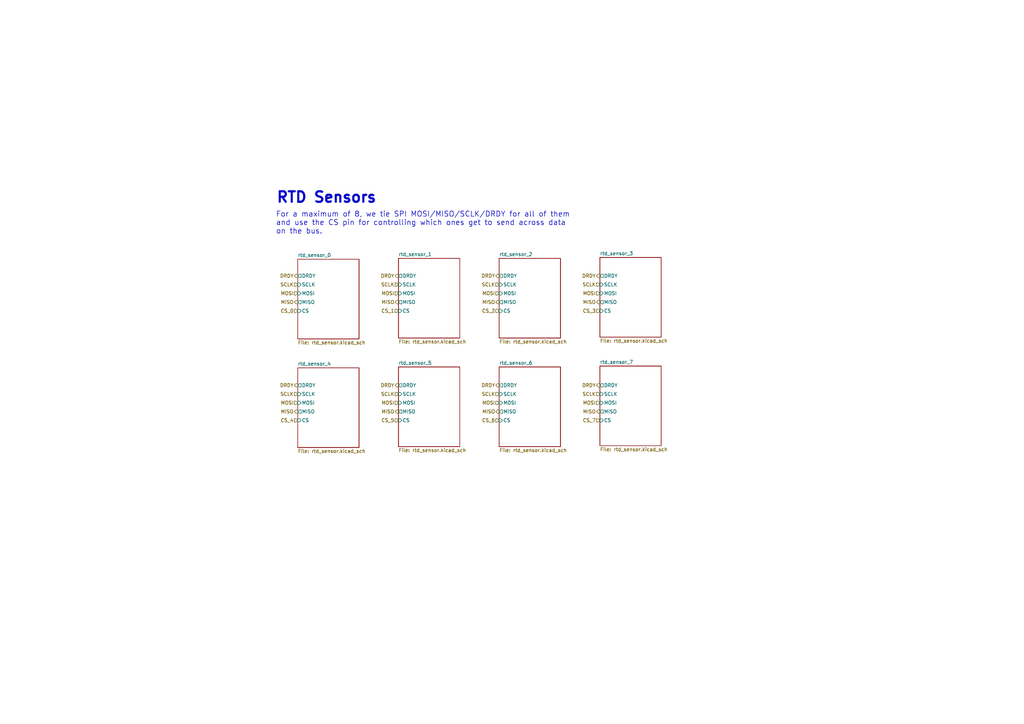
<source format=kicad_sch>
(kicad_sch (version 20230121) (generator eeschema)
  (paper "A4")
  (title_block (title "Blackbody A") (date "2023-07-16") (rev "v0.2.0") (company "LHR Solar") (comment 1 "Jacob Giddens") (comment 2 "Matthew Yu") (comment 3 "Gary Hallock"))
  (lib_symbols)
  (text "RTD Sensors" (at 80.01 59.182 0) (effects (font (size 3.048 3.048) (thickness 0.6096) bold) (justify left bottom)))
  (text "For a maximum of 8, we tie SPI MOSI/MISO/SCLK/DRDY for all of them\nand use the CS pin for controlling which ones get to send across data\non the bus." (at 80.01 68.072 0) (effects (font (size 1.524 1.524)) (justify left bottom)))
  (hierarchical_label "CS_5" (shape input) (at 115.57 121.92 180) (effects (font (size 1 1))))
  (hierarchical_label "MISO" (shape output) (at 144.78 119.38 180) (effects (font (size 1 1))))
  (hierarchical_label "SCLK" (shape input) (at 144.78 114.3 180) (effects (font (size 1 1))))
  (hierarchical_label "MISO" (shape output) (at 86.36 87.63 180) (effects (font (size 1 1))))
  (hierarchical_label "MISO" (shape output) (at 115.57 119.38 180) (effects (font (size 1 1))))
  (hierarchical_label "SCLK" (shape input) (at 144.78 82.55 180) (effects (font (size 1 1))))
  (hierarchical_label "SCLK" (shape input) (at 115.57 82.55 180) (effects (font (size 1 1))))
  (hierarchical_label "DRDY" (shape output) (at 115.57 111.76 180) (effects (font (size 1 1))))
  (hierarchical_label "DRDY" (shape output) (at 173.99 80.01 180) (effects (font (size 1 1))))
  (hierarchical_label "SCLK" (shape input) (at 173.99 82.55 180) (effects (font (size 1 1))))
  (hierarchical_label "CS_3" (shape input) (at 173.99 90.17 180) (effects (font (size 1 1))))
  (hierarchical_label "MISO" (shape output) (at 115.57 87.63 180) (effects (font (size 1 1))))
  (hierarchical_label "MOSI" (shape input) (at 144.78 116.84 180) (effects (font (size 1 1))))
  (hierarchical_label "MISO" (shape output) (at 173.99 119.38 180) (effects (font (size 1 1))))
  (hierarchical_label "MOSI" (shape input) (at 115.57 85.09 180) (effects (font (size 1 1))))
  (hierarchical_label "MOSI" (shape input) (at 144.78 85.09 180) (effects (font (size 1 1))))
  (hierarchical_label "SCLK" (shape input) (at 115.57 114.3 180) (effects (font (size 1 1))))
  (hierarchical_label "DRDY" (shape output) (at 86.36 111.76 180) (effects (font (size 1 1))))
  (hierarchical_label "MISO" (shape output) (at 173.99 87.63 180) (effects (font (size 1 1))))
  (hierarchical_label "CS_2" (shape input) (at 144.78 90.17 180) (effects (font (size 1 1))))
  (hierarchical_label "MOSI" (shape input) (at 86.36 85.09 180) (effects (font (size 1 1))))
  (hierarchical_label "MOSI" (shape input) (at 173.99 85.09 180) (effects (font (size 1 1))))
  (hierarchical_label "MOSI" (shape input) (at 86.36 116.84 180) (effects (font (size 1 1))))
  (hierarchical_label "CS_1" (shape input) (at 115.57 90.17 180) (effects (font (size 1 1))))
  (hierarchical_label "DRDY" (shape output) (at 173.99 111.76 180) (effects (font (size 1 1))))
  (hierarchical_label "MISO" (shape output) (at 144.78 87.63 180) (effects (font (size 1 1))))
  (hierarchical_label "CS_4" (shape input) (at 86.36 121.92 180) (effects (font (size 1 1))))
  (hierarchical_label "CS_0" (shape input) (at 86.36 90.17 180) (effects (font (size 1 1))))
  (hierarchical_label "SCLK" (shape input) (at 86.36 82.55 180) (effects (font (size 1 1))))
  (hierarchical_label "MISO" (shape output) (at 86.36 119.38 180) (effects (font (size 1 1))))
  (hierarchical_label "MOSI" (shape input) (at 173.99 116.84 180) (effects (font (size 1 1))))
  (hierarchical_label "CS_7" (shape input) (at 173.99 121.92 180) (effects (font (size 1 1))))
  (hierarchical_label "DRDY" (shape output) (at 115.57 80.01 180) (effects (font (size 1 1))))
  (hierarchical_label "CS_6" (shape input) (at 144.78 121.92 180) (effects (font (size 1 1))))
  (hierarchical_label "DRDY" (shape output) (at 144.78 111.76 180) (effects (font (size 1 1))))
  (hierarchical_label "SCLK" (shape input) (at 86.36 114.3 180) (effects (font (size 1 1))))
  (hierarchical_label "DRDY" (shape output) (at 144.78 80.01 180) (effects (font (size 1 1))))
  (hierarchical_label "SCLK" (shape input) (at 173.99 114.3 180) (effects (font (size 1 1))))
  (hierarchical_label "MOSI" (shape input) (at 115.57 116.84 180) (effects (font (size 1 1))))
  (hierarchical_label "DRDY" (shape output) (at 86.36 80.01 180) (effects (font (size 1 1))))
  (sheet (at 115.57 106.426) (size 17.78 23.114)
    (property "Sheetname" "rtd_sensor_5" (at 115.57 105.8414 0) (effects (font (size 1 1)) (justify left bottom)))
    (property "Sheetfile" "rtd_sensor.kicad_sch" (at 115.57 130.023 0) (effects (font (size 1 1)) (justify left top)))
    (pin "MISO" output (at 115.57 119.38 180) (effects (font (size 1 1))))
    (pin "MOSI" input (at 115.57 116.84 180) (effects (font (size 1 1))))
    (pin "DRDY" output (at 115.57 111.76 180) (effects (font (size 1 1))))
    (pin "SCLK" input (at 115.57 114.3 180) (effects (font (size 1 1))))
    (pin "CS" input (at 115.57 121.92 180) (effects (font (size 1 1))))
  )
  (sheet (at 86.36 106.68) (size 17.78 23.114)
    (property "Sheetname" "rtd_sensor_4" (at 86.36 106.0954 0) (effects (font (size 1 1)) (justify left bottom)))
    (property "Sheetfile" "rtd_sensor.kicad_sch" (at 86.36 130.277 0) (effects (font (size 1 1)) (justify left top)))
    (pin "MISO" output (at 86.36 119.38 180) (effects (font (size 1 1))))
    (pin "MOSI" input (at 86.36 116.84 180) (effects (font (size 1 1))))
    (pin "DRDY" output (at 86.36 111.76 180) (effects (font (size 1 1))))
    (pin "SCLK" input (at 86.36 114.3 180) (effects (font (size 1 1))))
    (pin "CS" input (at 86.36 121.92 180) (effects (font (size 1 1))))
  )
  (sheet (at 173.99 74.676) (size 17.78 23.114)
    (property "Sheetname" "rtd_sensor_3" (at 173.99 74.0914 0) (effects (font (size 1 1)) (justify left bottom)))
    (property "Sheetfile" "rtd_sensor.kicad_sch" (at 173.99 98.273 0) (effects (font (size 1 1)) (justify left top)))
    (pin "MISO" output (at 173.99 87.63 180) (effects (font (size 1 1))))
    (pin "MOSI" input (at 173.99 85.09 180) (effects (font (size 1 1))))
    (pin "DRDY" output (at 173.99 80.01 180) (effects (font (size 1 1))))
    (pin "SCLK" input (at 173.99 82.55 180) (effects (font (size 1 1))))
    (pin "CS" input (at 173.99 90.17 180) (effects (font (size 1 1))))
  )
  (sheet (at 115.57 74.93) (size 17.78 23.114)
    (property "Sheetname" "rtd_sensor_1" (at 115.57 74.3454 0) (effects (font (size 1 1)) (justify left bottom)))
    (property "Sheetfile" "rtd_sensor.kicad_sch" (at 115.57 98.527 0) (effects (font (size 1 1)) (justify left top)))
    (pin "MISO" output (at 115.57 87.63 180) (effects (font (size 1 1))))
    (pin "MOSI" input (at 115.57 85.09 180) (effects (font (size 1 1))))
    (pin "DRDY" output (at 115.57 80.01 180) (effects (font (size 1 1))))
    (pin "SCLK" input (at 115.57 82.55 180) (effects (font (size 1 1))))
    (pin "CS" input (at 115.57 90.17 180) (effects (font (size 1 1))))
  )
  (sheet (at 144.78 74.93) (size 17.78 23.114)
    (property "Sheetname" "rtd_sensor_2" (at 144.78 74.3454 0) (effects (font (size 1 1)) (justify left bottom)))
    (property "Sheetfile" "rtd_sensor.kicad_sch" (at 144.78 98.527 0) (effects (font (size 1 1)) (justify left top)))
    (pin "MISO" output (at 144.78 87.63 180) (effects (font (size 1 1))))
    (pin "MOSI" input (at 144.78 85.09 180) (effects (font (size 1 1))))
    (pin "DRDY" output (at 144.78 80.01 180) (effects (font (size 1 1))))
    (pin "SCLK" input (at 144.78 82.55 180) (effects (font (size 1 1))))
    (pin "CS" input (at 144.78 90.17 180) (effects (font (size 1 1))))
  )
  (sheet (at 173.99 106.172) (size 17.78 23.114)
    (property "Sheetname" "rtd_sensor_7" (at 173.99 105.5874 0) (effects (font (size 1 1)) (justify left bottom)))
    (property "Sheetfile" "rtd_sensor.kicad_sch" (at 173.99 129.769 0) (effects (font (size 1 1)) (justify left top)))
    (pin "MISO" output (at 173.99 119.38 180) (effects (font (size 1 1))))
    (pin "MOSI" input (at 173.99 116.84 180) (effects (font (size 1 1))))
    (pin "DRDY" output (at 173.99 111.76 180) (effects (font (size 1 1))))
    (pin "SCLK" input (at 173.99 114.3 180) (effects (font (size 1 1))))
    (pin "CS" input (at 173.99 121.92 180) (effects (font (size 1 1))))
  )
  (sheet (at 144.78 106.426) (size 17.78 23.114)
    (property "Sheetname" "rtd_sensor_6" (at 144.78 105.8414 0) (effects (font (size 1 1)) (justify left bottom)))
    (property "Sheetfile" "rtd_sensor.kicad_sch" (at 144.78 130.023 0) (effects (font (size 1 1)) (justify left top)))
    (pin "MISO" output (at 144.78 119.38 180) (effects (font (size 1 1))))
    (pin "MOSI" input (at 144.78 116.84 180) (effects (font (size 1 1))))
    (pin "DRDY" output (at 144.78 111.76 180) (effects (font (size 1 1))))
    (pin "SCLK" input (at 144.78 114.3 180) (effects (font (size 1 1))))
    (pin "CS" input (at 144.78 121.92 180) (effects (font (size 1 1))))
  )
  (sheet (at 86.36 75.184) (size 17.78 23.114)
    (property "Sheetname" "rtd_sensor_0" (at 86.36 74.5994 0) (effects (font (size 1 1)) (justify left bottom)))
    (property "Sheetfile" "rtd_sensor.kicad_sch" (at 86.36 98.781 0) (effects (font (size 1 1)) (justify left top)))
    (pin "MISO" output (at 86.36 87.63 180) (effects (font (size 1 1))))
    (pin "MOSI" input (at 86.36 85.09 180) (effects (font (size 1 1))))
    (pin "DRDY" output (at 86.36 80.01 180) (effects (font (size 1 1))))
    (pin "SCLK" input (at 86.36 82.55 180) (effects (font (size 1 1))))
    (pin "CS" input (at 86.36 90.17 180) (effects (font (size 1 1))))
  )
)
</source>
